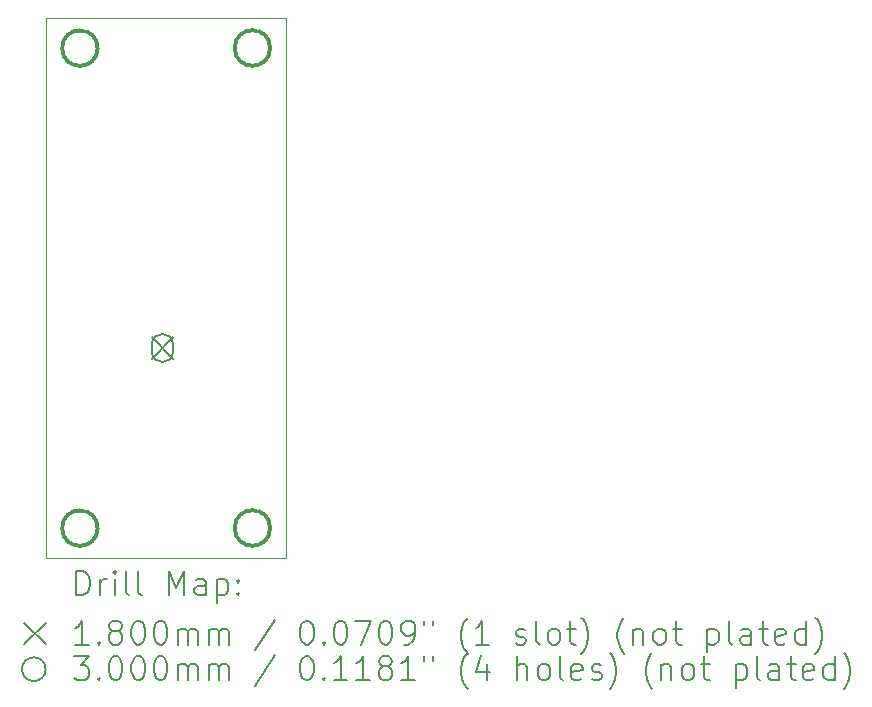
<source format=gbr>
%TF.GenerationSoftware,KiCad,Pcbnew,7.0.5*%
%TF.CreationDate,2024-06-27T22:40:29-04:00*%
%TF.ProjectId,ScrewSwitch,53637265-7753-4776-9974-63682e6b6963,rev?*%
%TF.SameCoordinates,Original*%
%TF.FileFunction,Drillmap*%
%TF.FilePolarity,Positive*%
%FSLAX45Y45*%
G04 Gerber Fmt 4.5, Leading zero omitted, Abs format (unit mm)*
G04 Created by KiCad (PCBNEW 7.0.5) date 2024-06-27 22:40:29*
%MOMM*%
%LPD*%
G01*
G04 APERTURE LIST*
%ADD10C,0.100000*%
%ADD11C,0.200000*%
%ADD12C,0.180000*%
%ADD13C,0.300000*%
G04 APERTURE END LIST*
D10*
X12985596Y-8124507D02*
X15017596Y-8124507D01*
X15017596Y-12696507D01*
X12985596Y-12696507D01*
X12985596Y-8124507D01*
D11*
D12*
X13880000Y-10832000D02*
X14060000Y-11012000D01*
X14060000Y-10832000D02*
X13880000Y-11012000D01*
D11*
X14060000Y-10952000D02*
X14060000Y-10892000D01*
X14060000Y-10892000D02*
G75*
G03*
X13880000Y-10892000I-90000J0D01*
G01*
X13880000Y-10892000D02*
X13880000Y-10952000D01*
X13880000Y-10952000D02*
G75*
G03*
X14060000Y-10952000I90000J0D01*
G01*
D13*
X13421192Y-8383230D02*
G75*
G03*
X13421192Y-8383230I-150000J0D01*
G01*
X13421192Y-12447230D02*
G75*
G03*
X13421192Y-12447230I-150000J0D01*
G01*
X14882000Y-8382000D02*
G75*
G03*
X14882000Y-8382000I-150000J0D01*
G01*
X14882000Y-12446000D02*
G75*
G03*
X14882000Y-12446000I-150000J0D01*
G01*
D11*
X13241373Y-13012991D02*
X13241373Y-12812991D01*
X13241373Y-12812991D02*
X13288992Y-12812991D01*
X13288992Y-12812991D02*
X13317563Y-12822515D01*
X13317563Y-12822515D02*
X13336611Y-12841563D01*
X13336611Y-12841563D02*
X13346135Y-12860610D01*
X13346135Y-12860610D02*
X13355659Y-12898705D01*
X13355659Y-12898705D02*
X13355659Y-12927277D01*
X13355659Y-12927277D02*
X13346135Y-12965372D01*
X13346135Y-12965372D02*
X13336611Y-12984420D01*
X13336611Y-12984420D02*
X13317563Y-13003467D01*
X13317563Y-13003467D02*
X13288992Y-13012991D01*
X13288992Y-13012991D02*
X13241373Y-13012991D01*
X13441373Y-13012991D02*
X13441373Y-12879658D01*
X13441373Y-12917753D02*
X13450897Y-12898705D01*
X13450897Y-12898705D02*
X13460420Y-12889182D01*
X13460420Y-12889182D02*
X13479468Y-12879658D01*
X13479468Y-12879658D02*
X13498516Y-12879658D01*
X13565182Y-13012991D02*
X13565182Y-12879658D01*
X13565182Y-12812991D02*
X13555659Y-12822515D01*
X13555659Y-12822515D02*
X13565182Y-12832039D01*
X13565182Y-12832039D02*
X13574706Y-12822515D01*
X13574706Y-12822515D02*
X13565182Y-12812991D01*
X13565182Y-12812991D02*
X13565182Y-12832039D01*
X13688992Y-13012991D02*
X13669944Y-13003467D01*
X13669944Y-13003467D02*
X13660420Y-12984420D01*
X13660420Y-12984420D02*
X13660420Y-12812991D01*
X13793754Y-13012991D02*
X13774706Y-13003467D01*
X13774706Y-13003467D02*
X13765182Y-12984420D01*
X13765182Y-12984420D02*
X13765182Y-12812991D01*
X14022325Y-13012991D02*
X14022325Y-12812991D01*
X14022325Y-12812991D02*
X14088992Y-12955848D01*
X14088992Y-12955848D02*
X14155659Y-12812991D01*
X14155659Y-12812991D02*
X14155659Y-13012991D01*
X14336611Y-13012991D02*
X14336611Y-12908229D01*
X14336611Y-12908229D02*
X14327087Y-12889182D01*
X14327087Y-12889182D02*
X14308040Y-12879658D01*
X14308040Y-12879658D02*
X14269944Y-12879658D01*
X14269944Y-12879658D02*
X14250897Y-12889182D01*
X14336611Y-13003467D02*
X14317563Y-13012991D01*
X14317563Y-13012991D02*
X14269944Y-13012991D01*
X14269944Y-13012991D02*
X14250897Y-13003467D01*
X14250897Y-13003467D02*
X14241373Y-12984420D01*
X14241373Y-12984420D02*
X14241373Y-12965372D01*
X14241373Y-12965372D02*
X14250897Y-12946325D01*
X14250897Y-12946325D02*
X14269944Y-12936801D01*
X14269944Y-12936801D02*
X14317563Y-12936801D01*
X14317563Y-12936801D02*
X14336611Y-12927277D01*
X14431849Y-12879658D02*
X14431849Y-13079658D01*
X14431849Y-12889182D02*
X14450897Y-12879658D01*
X14450897Y-12879658D02*
X14488992Y-12879658D01*
X14488992Y-12879658D02*
X14508040Y-12889182D01*
X14508040Y-12889182D02*
X14517563Y-12898705D01*
X14517563Y-12898705D02*
X14527087Y-12917753D01*
X14527087Y-12917753D02*
X14527087Y-12974896D01*
X14527087Y-12974896D02*
X14517563Y-12993944D01*
X14517563Y-12993944D02*
X14508040Y-13003467D01*
X14508040Y-13003467D02*
X14488992Y-13012991D01*
X14488992Y-13012991D02*
X14450897Y-13012991D01*
X14450897Y-13012991D02*
X14431849Y-13003467D01*
X14612801Y-12993944D02*
X14622325Y-13003467D01*
X14622325Y-13003467D02*
X14612801Y-13012991D01*
X14612801Y-13012991D02*
X14603278Y-13003467D01*
X14603278Y-13003467D02*
X14612801Y-12993944D01*
X14612801Y-12993944D02*
X14612801Y-13012991D01*
X14612801Y-12889182D02*
X14622325Y-12898705D01*
X14622325Y-12898705D02*
X14612801Y-12908229D01*
X14612801Y-12908229D02*
X14603278Y-12898705D01*
X14603278Y-12898705D02*
X14612801Y-12889182D01*
X14612801Y-12889182D02*
X14612801Y-12908229D01*
D12*
X12800596Y-13251507D02*
X12980596Y-13431507D01*
X12980596Y-13251507D02*
X12800596Y-13431507D01*
D11*
X13346135Y-13432991D02*
X13231849Y-13432991D01*
X13288992Y-13432991D02*
X13288992Y-13232991D01*
X13288992Y-13232991D02*
X13269944Y-13261563D01*
X13269944Y-13261563D02*
X13250897Y-13280610D01*
X13250897Y-13280610D02*
X13231849Y-13290134D01*
X13431849Y-13413944D02*
X13441373Y-13423467D01*
X13441373Y-13423467D02*
X13431849Y-13432991D01*
X13431849Y-13432991D02*
X13422325Y-13423467D01*
X13422325Y-13423467D02*
X13431849Y-13413944D01*
X13431849Y-13413944D02*
X13431849Y-13432991D01*
X13555659Y-13318705D02*
X13536611Y-13309182D01*
X13536611Y-13309182D02*
X13527087Y-13299658D01*
X13527087Y-13299658D02*
X13517563Y-13280610D01*
X13517563Y-13280610D02*
X13517563Y-13271086D01*
X13517563Y-13271086D02*
X13527087Y-13252039D01*
X13527087Y-13252039D02*
X13536611Y-13242515D01*
X13536611Y-13242515D02*
X13555659Y-13232991D01*
X13555659Y-13232991D02*
X13593754Y-13232991D01*
X13593754Y-13232991D02*
X13612801Y-13242515D01*
X13612801Y-13242515D02*
X13622325Y-13252039D01*
X13622325Y-13252039D02*
X13631849Y-13271086D01*
X13631849Y-13271086D02*
X13631849Y-13280610D01*
X13631849Y-13280610D02*
X13622325Y-13299658D01*
X13622325Y-13299658D02*
X13612801Y-13309182D01*
X13612801Y-13309182D02*
X13593754Y-13318705D01*
X13593754Y-13318705D02*
X13555659Y-13318705D01*
X13555659Y-13318705D02*
X13536611Y-13328229D01*
X13536611Y-13328229D02*
X13527087Y-13337753D01*
X13527087Y-13337753D02*
X13517563Y-13356801D01*
X13517563Y-13356801D02*
X13517563Y-13394896D01*
X13517563Y-13394896D02*
X13527087Y-13413944D01*
X13527087Y-13413944D02*
X13536611Y-13423467D01*
X13536611Y-13423467D02*
X13555659Y-13432991D01*
X13555659Y-13432991D02*
X13593754Y-13432991D01*
X13593754Y-13432991D02*
X13612801Y-13423467D01*
X13612801Y-13423467D02*
X13622325Y-13413944D01*
X13622325Y-13413944D02*
X13631849Y-13394896D01*
X13631849Y-13394896D02*
X13631849Y-13356801D01*
X13631849Y-13356801D02*
X13622325Y-13337753D01*
X13622325Y-13337753D02*
X13612801Y-13328229D01*
X13612801Y-13328229D02*
X13593754Y-13318705D01*
X13755659Y-13232991D02*
X13774706Y-13232991D01*
X13774706Y-13232991D02*
X13793754Y-13242515D01*
X13793754Y-13242515D02*
X13803278Y-13252039D01*
X13803278Y-13252039D02*
X13812801Y-13271086D01*
X13812801Y-13271086D02*
X13822325Y-13309182D01*
X13822325Y-13309182D02*
X13822325Y-13356801D01*
X13822325Y-13356801D02*
X13812801Y-13394896D01*
X13812801Y-13394896D02*
X13803278Y-13413944D01*
X13803278Y-13413944D02*
X13793754Y-13423467D01*
X13793754Y-13423467D02*
X13774706Y-13432991D01*
X13774706Y-13432991D02*
X13755659Y-13432991D01*
X13755659Y-13432991D02*
X13736611Y-13423467D01*
X13736611Y-13423467D02*
X13727087Y-13413944D01*
X13727087Y-13413944D02*
X13717563Y-13394896D01*
X13717563Y-13394896D02*
X13708040Y-13356801D01*
X13708040Y-13356801D02*
X13708040Y-13309182D01*
X13708040Y-13309182D02*
X13717563Y-13271086D01*
X13717563Y-13271086D02*
X13727087Y-13252039D01*
X13727087Y-13252039D02*
X13736611Y-13242515D01*
X13736611Y-13242515D02*
X13755659Y-13232991D01*
X13946135Y-13232991D02*
X13965182Y-13232991D01*
X13965182Y-13232991D02*
X13984230Y-13242515D01*
X13984230Y-13242515D02*
X13993754Y-13252039D01*
X13993754Y-13252039D02*
X14003278Y-13271086D01*
X14003278Y-13271086D02*
X14012801Y-13309182D01*
X14012801Y-13309182D02*
X14012801Y-13356801D01*
X14012801Y-13356801D02*
X14003278Y-13394896D01*
X14003278Y-13394896D02*
X13993754Y-13413944D01*
X13993754Y-13413944D02*
X13984230Y-13423467D01*
X13984230Y-13423467D02*
X13965182Y-13432991D01*
X13965182Y-13432991D02*
X13946135Y-13432991D01*
X13946135Y-13432991D02*
X13927087Y-13423467D01*
X13927087Y-13423467D02*
X13917563Y-13413944D01*
X13917563Y-13413944D02*
X13908040Y-13394896D01*
X13908040Y-13394896D02*
X13898516Y-13356801D01*
X13898516Y-13356801D02*
X13898516Y-13309182D01*
X13898516Y-13309182D02*
X13908040Y-13271086D01*
X13908040Y-13271086D02*
X13917563Y-13252039D01*
X13917563Y-13252039D02*
X13927087Y-13242515D01*
X13927087Y-13242515D02*
X13946135Y-13232991D01*
X14098516Y-13432991D02*
X14098516Y-13299658D01*
X14098516Y-13318705D02*
X14108040Y-13309182D01*
X14108040Y-13309182D02*
X14127087Y-13299658D01*
X14127087Y-13299658D02*
X14155659Y-13299658D01*
X14155659Y-13299658D02*
X14174706Y-13309182D01*
X14174706Y-13309182D02*
X14184230Y-13328229D01*
X14184230Y-13328229D02*
X14184230Y-13432991D01*
X14184230Y-13328229D02*
X14193754Y-13309182D01*
X14193754Y-13309182D02*
X14212801Y-13299658D01*
X14212801Y-13299658D02*
X14241373Y-13299658D01*
X14241373Y-13299658D02*
X14260421Y-13309182D01*
X14260421Y-13309182D02*
X14269944Y-13328229D01*
X14269944Y-13328229D02*
X14269944Y-13432991D01*
X14365182Y-13432991D02*
X14365182Y-13299658D01*
X14365182Y-13318705D02*
X14374706Y-13309182D01*
X14374706Y-13309182D02*
X14393754Y-13299658D01*
X14393754Y-13299658D02*
X14422325Y-13299658D01*
X14422325Y-13299658D02*
X14441373Y-13309182D01*
X14441373Y-13309182D02*
X14450897Y-13328229D01*
X14450897Y-13328229D02*
X14450897Y-13432991D01*
X14450897Y-13328229D02*
X14460421Y-13309182D01*
X14460421Y-13309182D02*
X14479468Y-13299658D01*
X14479468Y-13299658D02*
X14508040Y-13299658D01*
X14508040Y-13299658D02*
X14527087Y-13309182D01*
X14527087Y-13309182D02*
X14536611Y-13328229D01*
X14536611Y-13328229D02*
X14536611Y-13432991D01*
X14927087Y-13223467D02*
X14755659Y-13480610D01*
X15184230Y-13232991D02*
X15203278Y-13232991D01*
X15203278Y-13232991D02*
X15222325Y-13242515D01*
X15222325Y-13242515D02*
X15231849Y-13252039D01*
X15231849Y-13252039D02*
X15241373Y-13271086D01*
X15241373Y-13271086D02*
X15250897Y-13309182D01*
X15250897Y-13309182D02*
X15250897Y-13356801D01*
X15250897Y-13356801D02*
X15241373Y-13394896D01*
X15241373Y-13394896D02*
X15231849Y-13413944D01*
X15231849Y-13413944D02*
X15222325Y-13423467D01*
X15222325Y-13423467D02*
X15203278Y-13432991D01*
X15203278Y-13432991D02*
X15184230Y-13432991D01*
X15184230Y-13432991D02*
X15165183Y-13423467D01*
X15165183Y-13423467D02*
X15155659Y-13413944D01*
X15155659Y-13413944D02*
X15146135Y-13394896D01*
X15146135Y-13394896D02*
X15136611Y-13356801D01*
X15136611Y-13356801D02*
X15136611Y-13309182D01*
X15136611Y-13309182D02*
X15146135Y-13271086D01*
X15146135Y-13271086D02*
X15155659Y-13252039D01*
X15155659Y-13252039D02*
X15165183Y-13242515D01*
X15165183Y-13242515D02*
X15184230Y-13232991D01*
X15336611Y-13413944D02*
X15346135Y-13423467D01*
X15346135Y-13423467D02*
X15336611Y-13432991D01*
X15336611Y-13432991D02*
X15327087Y-13423467D01*
X15327087Y-13423467D02*
X15336611Y-13413944D01*
X15336611Y-13413944D02*
X15336611Y-13432991D01*
X15469944Y-13232991D02*
X15488992Y-13232991D01*
X15488992Y-13232991D02*
X15508040Y-13242515D01*
X15508040Y-13242515D02*
X15517564Y-13252039D01*
X15517564Y-13252039D02*
X15527087Y-13271086D01*
X15527087Y-13271086D02*
X15536611Y-13309182D01*
X15536611Y-13309182D02*
X15536611Y-13356801D01*
X15536611Y-13356801D02*
X15527087Y-13394896D01*
X15527087Y-13394896D02*
X15517564Y-13413944D01*
X15517564Y-13413944D02*
X15508040Y-13423467D01*
X15508040Y-13423467D02*
X15488992Y-13432991D01*
X15488992Y-13432991D02*
X15469944Y-13432991D01*
X15469944Y-13432991D02*
X15450897Y-13423467D01*
X15450897Y-13423467D02*
X15441373Y-13413944D01*
X15441373Y-13413944D02*
X15431849Y-13394896D01*
X15431849Y-13394896D02*
X15422325Y-13356801D01*
X15422325Y-13356801D02*
X15422325Y-13309182D01*
X15422325Y-13309182D02*
X15431849Y-13271086D01*
X15431849Y-13271086D02*
X15441373Y-13252039D01*
X15441373Y-13252039D02*
X15450897Y-13242515D01*
X15450897Y-13242515D02*
X15469944Y-13232991D01*
X15603278Y-13232991D02*
X15736611Y-13232991D01*
X15736611Y-13232991D02*
X15650897Y-13432991D01*
X15850897Y-13232991D02*
X15869945Y-13232991D01*
X15869945Y-13232991D02*
X15888992Y-13242515D01*
X15888992Y-13242515D02*
X15898516Y-13252039D01*
X15898516Y-13252039D02*
X15908040Y-13271086D01*
X15908040Y-13271086D02*
X15917564Y-13309182D01*
X15917564Y-13309182D02*
X15917564Y-13356801D01*
X15917564Y-13356801D02*
X15908040Y-13394896D01*
X15908040Y-13394896D02*
X15898516Y-13413944D01*
X15898516Y-13413944D02*
X15888992Y-13423467D01*
X15888992Y-13423467D02*
X15869945Y-13432991D01*
X15869945Y-13432991D02*
X15850897Y-13432991D01*
X15850897Y-13432991D02*
X15831849Y-13423467D01*
X15831849Y-13423467D02*
X15822325Y-13413944D01*
X15822325Y-13413944D02*
X15812802Y-13394896D01*
X15812802Y-13394896D02*
X15803278Y-13356801D01*
X15803278Y-13356801D02*
X15803278Y-13309182D01*
X15803278Y-13309182D02*
X15812802Y-13271086D01*
X15812802Y-13271086D02*
X15822325Y-13252039D01*
X15822325Y-13252039D02*
X15831849Y-13242515D01*
X15831849Y-13242515D02*
X15850897Y-13232991D01*
X16012802Y-13432991D02*
X16050897Y-13432991D01*
X16050897Y-13432991D02*
X16069945Y-13423467D01*
X16069945Y-13423467D02*
X16079468Y-13413944D01*
X16079468Y-13413944D02*
X16098516Y-13385372D01*
X16098516Y-13385372D02*
X16108040Y-13347277D01*
X16108040Y-13347277D02*
X16108040Y-13271086D01*
X16108040Y-13271086D02*
X16098516Y-13252039D01*
X16098516Y-13252039D02*
X16088992Y-13242515D01*
X16088992Y-13242515D02*
X16069945Y-13232991D01*
X16069945Y-13232991D02*
X16031849Y-13232991D01*
X16031849Y-13232991D02*
X16012802Y-13242515D01*
X16012802Y-13242515D02*
X16003278Y-13252039D01*
X16003278Y-13252039D02*
X15993754Y-13271086D01*
X15993754Y-13271086D02*
X15993754Y-13318705D01*
X15993754Y-13318705D02*
X16003278Y-13337753D01*
X16003278Y-13337753D02*
X16012802Y-13347277D01*
X16012802Y-13347277D02*
X16031849Y-13356801D01*
X16031849Y-13356801D02*
X16069945Y-13356801D01*
X16069945Y-13356801D02*
X16088992Y-13347277D01*
X16088992Y-13347277D02*
X16098516Y-13337753D01*
X16098516Y-13337753D02*
X16108040Y-13318705D01*
X16184230Y-13232991D02*
X16184230Y-13271086D01*
X16260421Y-13232991D02*
X16260421Y-13271086D01*
X16555659Y-13509182D02*
X16546135Y-13499658D01*
X16546135Y-13499658D02*
X16527087Y-13471086D01*
X16527087Y-13471086D02*
X16517564Y-13452039D01*
X16517564Y-13452039D02*
X16508040Y-13423467D01*
X16508040Y-13423467D02*
X16498516Y-13375848D01*
X16498516Y-13375848D02*
X16498516Y-13337753D01*
X16498516Y-13337753D02*
X16508040Y-13290134D01*
X16508040Y-13290134D02*
X16517564Y-13261563D01*
X16517564Y-13261563D02*
X16527087Y-13242515D01*
X16527087Y-13242515D02*
X16546135Y-13213944D01*
X16546135Y-13213944D02*
X16555659Y-13204420D01*
X16736611Y-13432991D02*
X16622326Y-13432991D01*
X16679468Y-13432991D02*
X16679468Y-13232991D01*
X16679468Y-13232991D02*
X16660421Y-13261563D01*
X16660421Y-13261563D02*
X16641373Y-13280610D01*
X16641373Y-13280610D02*
X16622326Y-13290134D01*
X16965183Y-13423467D02*
X16984230Y-13432991D01*
X16984230Y-13432991D02*
X17022326Y-13432991D01*
X17022326Y-13432991D02*
X17041373Y-13423467D01*
X17041373Y-13423467D02*
X17050897Y-13404420D01*
X17050897Y-13404420D02*
X17050897Y-13394896D01*
X17050897Y-13394896D02*
X17041373Y-13375848D01*
X17041373Y-13375848D02*
X17022326Y-13366325D01*
X17022326Y-13366325D02*
X16993754Y-13366325D01*
X16993754Y-13366325D02*
X16974707Y-13356801D01*
X16974707Y-13356801D02*
X16965183Y-13337753D01*
X16965183Y-13337753D02*
X16965183Y-13328229D01*
X16965183Y-13328229D02*
X16974707Y-13309182D01*
X16974707Y-13309182D02*
X16993754Y-13299658D01*
X16993754Y-13299658D02*
X17022326Y-13299658D01*
X17022326Y-13299658D02*
X17041373Y-13309182D01*
X17165183Y-13432991D02*
X17146135Y-13423467D01*
X17146135Y-13423467D02*
X17136611Y-13404420D01*
X17136611Y-13404420D02*
X17136611Y-13232991D01*
X17269945Y-13432991D02*
X17250897Y-13423467D01*
X17250897Y-13423467D02*
X17241373Y-13413944D01*
X17241373Y-13413944D02*
X17231850Y-13394896D01*
X17231850Y-13394896D02*
X17231850Y-13337753D01*
X17231850Y-13337753D02*
X17241373Y-13318705D01*
X17241373Y-13318705D02*
X17250897Y-13309182D01*
X17250897Y-13309182D02*
X17269945Y-13299658D01*
X17269945Y-13299658D02*
X17298516Y-13299658D01*
X17298516Y-13299658D02*
X17317564Y-13309182D01*
X17317564Y-13309182D02*
X17327088Y-13318705D01*
X17327088Y-13318705D02*
X17336611Y-13337753D01*
X17336611Y-13337753D02*
X17336611Y-13394896D01*
X17336611Y-13394896D02*
X17327088Y-13413944D01*
X17327088Y-13413944D02*
X17317564Y-13423467D01*
X17317564Y-13423467D02*
X17298516Y-13432991D01*
X17298516Y-13432991D02*
X17269945Y-13432991D01*
X17393754Y-13299658D02*
X17469945Y-13299658D01*
X17422326Y-13232991D02*
X17422326Y-13404420D01*
X17422326Y-13404420D02*
X17431850Y-13423467D01*
X17431850Y-13423467D02*
X17450897Y-13432991D01*
X17450897Y-13432991D02*
X17469945Y-13432991D01*
X17517564Y-13509182D02*
X17527088Y-13499658D01*
X17527088Y-13499658D02*
X17546135Y-13471086D01*
X17546135Y-13471086D02*
X17555659Y-13452039D01*
X17555659Y-13452039D02*
X17565183Y-13423467D01*
X17565183Y-13423467D02*
X17574707Y-13375848D01*
X17574707Y-13375848D02*
X17574707Y-13337753D01*
X17574707Y-13337753D02*
X17565183Y-13290134D01*
X17565183Y-13290134D02*
X17555659Y-13261563D01*
X17555659Y-13261563D02*
X17546135Y-13242515D01*
X17546135Y-13242515D02*
X17527088Y-13213944D01*
X17527088Y-13213944D02*
X17517564Y-13204420D01*
X17879469Y-13509182D02*
X17869945Y-13499658D01*
X17869945Y-13499658D02*
X17850897Y-13471086D01*
X17850897Y-13471086D02*
X17841373Y-13452039D01*
X17841373Y-13452039D02*
X17831850Y-13423467D01*
X17831850Y-13423467D02*
X17822326Y-13375848D01*
X17822326Y-13375848D02*
X17822326Y-13337753D01*
X17822326Y-13337753D02*
X17831850Y-13290134D01*
X17831850Y-13290134D02*
X17841373Y-13261563D01*
X17841373Y-13261563D02*
X17850897Y-13242515D01*
X17850897Y-13242515D02*
X17869945Y-13213944D01*
X17869945Y-13213944D02*
X17879469Y-13204420D01*
X17955659Y-13299658D02*
X17955659Y-13432991D01*
X17955659Y-13318705D02*
X17965183Y-13309182D01*
X17965183Y-13309182D02*
X17984230Y-13299658D01*
X17984230Y-13299658D02*
X18012802Y-13299658D01*
X18012802Y-13299658D02*
X18031850Y-13309182D01*
X18031850Y-13309182D02*
X18041373Y-13328229D01*
X18041373Y-13328229D02*
X18041373Y-13432991D01*
X18165183Y-13432991D02*
X18146135Y-13423467D01*
X18146135Y-13423467D02*
X18136611Y-13413944D01*
X18136611Y-13413944D02*
X18127088Y-13394896D01*
X18127088Y-13394896D02*
X18127088Y-13337753D01*
X18127088Y-13337753D02*
X18136611Y-13318705D01*
X18136611Y-13318705D02*
X18146135Y-13309182D01*
X18146135Y-13309182D02*
X18165183Y-13299658D01*
X18165183Y-13299658D02*
X18193754Y-13299658D01*
X18193754Y-13299658D02*
X18212802Y-13309182D01*
X18212802Y-13309182D02*
X18222326Y-13318705D01*
X18222326Y-13318705D02*
X18231850Y-13337753D01*
X18231850Y-13337753D02*
X18231850Y-13394896D01*
X18231850Y-13394896D02*
X18222326Y-13413944D01*
X18222326Y-13413944D02*
X18212802Y-13423467D01*
X18212802Y-13423467D02*
X18193754Y-13432991D01*
X18193754Y-13432991D02*
X18165183Y-13432991D01*
X18288992Y-13299658D02*
X18365183Y-13299658D01*
X18317564Y-13232991D02*
X18317564Y-13404420D01*
X18317564Y-13404420D02*
X18327088Y-13423467D01*
X18327088Y-13423467D02*
X18346135Y-13432991D01*
X18346135Y-13432991D02*
X18365183Y-13432991D01*
X18584231Y-13299658D02*
X18584231Y-13499658D01*
X18584231Y-13309182D02*
X18603278Y-13299658D01*
X18603278Y-13299658D02*
X18641373Y-13299658D01*
X18641373Y-13299658D02*
X18660421Y-13309182D01*
X18660421Y-13309182D02*
X18669945Y-13318705D01*
X18669945Y-13318705D02*
X18679469Y-13337753D01*
X18679469Y-13337753D02*
X18679469Y-13394896D01*
X18679469Y-13394896D02*
X18669945Y-13413944D01*
X18669945Y-13413944D02*
X18660421Y-13423467D01*
X18660421Y-13423467D02*
X18641373Y-13432991D01*
X18641373Y-13432991D02*
X18603278Y-13432991D01*
X18603278Y-13432991D02*
X18584231Y-13423467D01*
X18793754Y-13432991D02*
X18774707Y-13423467D01*
X18774707Y-13423467D02*
X18765183Y-13404420D01*
X18765183Y-13404420D02*
X18765183Y-13232991D01*
X18955659Y-13432991D02*
X18955659Y-13328229D01*
X18955659Y-13328229D02*
X18946135Y-13309182D01*
X18946135Y-13309182D02*
X18927088Y-13299658D01*
X18927088Y-13299658D02*
X18888992Y-13299658D01*
X18888992Y-13299658D02*
X18869945Y-13309182D01*
X18955659Y-13423467D02*
X18936612Y-13432991D01*
X18936612Y-13432991D02*
X18888992Y-13432991D01*
X18888992Y-13432991D02*
X18869945Y-13423467D01*
X18869945Y-13423467D02*
X18860421Y-13404420D01*
X18860421Y-13404420D02*
X18860421Y-13385372D01*
X18860421Y-13385372D02*
X18869945Y-13366325D01*
X18869945Y-13366325D02*
X18888992Y-13356801D01*
X18888992Y-13356801D02*
X18936612Y-13356801D01*
X18936612Y-13356801D02*
X18955659Y-13347277D01*
X19022326Y-13299658D02*
X19098516Y-13299658D01*
X19050897Y-13232991D02*
X19050897Y-13404420D01*
X19050897Y-13404420D02*
X19060421Y-13423467D01*
X19060421Y-13423467D02*
X19079469Y-13432991D01*
X19079469Y-13432991D02*
X19098516Y-13432991D01*
X19241373Y-13423467D02*
X19222326Y-13432991D01*
X19222326Y-13432991D02*
X19184231Y-13432991D01*
X19184231Y-13432991D02*
X19165183Y-13423467D01*
X19165183Y-13423467D02*
X19155659Y-13404420D01*
X19155659Y-13404420D02*
X19155659Y-13328229D01*
X19155659Y-13328229D02*
X19165183Y-13309182D01*
X19165183Y-13309182D02*
X19184231Y-13299658D01*
X19184231Y-13299658D02*
X19222326Y-13299658D01*
X19222326Y-13299658D02*
X19241373Y-13309182D01*
X19241373Y-13309182D02*
X19250897Y-13328229D01*
X19250897Y-13328229D02*
X19250897Y-13347277D01*
X19250897Y-13347277D02*
X19155659Y-13366325D01*
X19422326Y-13432991D02*
X19422326Y-13232991D01*
X19422326Y-13423467D02*
X19403278Y-13432991D01*
X19403278Y-13432991D02*
X19365183Y-13432991D01*
X19365183Y-13432991D02*
X19346135Y-13423467D01*
X19346135Y-13423467D02*
X19336612Y-13413944D01*
X19336612Y-13413944D02*
X19327088Y-13394896D01*
X19327088Y-13394896D02*
X19327088Y-13337753D01*
X19327088Y-13337753D02*
X19336612Y-13318705D01*
X19336612Y-13318705D02*
X19346135Y-13309182D01*
X19346135Y-13309182D02*
X19365183Y-13299658D01*
X19365183Y-13299658D02*
X19403278Y-13299658D01*
X19403278Y-13299658D02*
X19422326Y-13309182D01*
X19498516Y-13509182D02*
X19508040Y-13499658D01*
X19508040Y-13499658D02*
X19527088Y-13471086D01*
X19527088Y-13471086D02*
X19536612Y-13452039D01*
X19536612Y-13452039D02*
X19546135Y-13423467D01*
X19546135Y-13423467D02*
X19555659Y-13375848D01*
X19555659Y-13375848D02*
X19555659Y-13337753D01*
X19555659Y-13337753D02*
X19546135Y-13290134D01*
X19546135Y-13290134D02*
X19536612Y-13261563D01*
X19536612Y-13261563D02*
X19527088Y-13242515D01*
X19527088Y-13242515D02*
X19508040Y-13213944D01*
X19508040Y-13213944D02*
X19498516Y-13204420D01*
X12980596Y-13641507D02*
G75*
G03*
X12980596Y-13641507I-100000J0D01*
G01*
X13222325Y-13532991D02*
X13346135Y-13532991D01*
X13346135Y-13532991D02*
X13279468Y-13609182D01*
X13279468Y-13609182D02*
X13308040Y-13609182D01*
X13308040Y-13609182D02*
X13327087Y-13618705D01*
X13327087Y-13618705D02*
X13336611Y-13628229D01*
X13336611Y-13628229D02*
X13346135Y-13647277D01*
X13346135Y-13647277D02*
X13346135Y-13694896D01*
X13346135Y-13694896D02*
X13336611Y-13713944D01*
X13336611Y-13713944D02*
X13327087Y-13723467D01*
X13327087Y-13723467D02*
X13308040Y-13732991D01*
X13308040Y-13732991D02*
X13250897Y-13732991D01*
X13250897Y-13732991D02*
X13231849Y-13723467D01*
X13231849Y-13723467D02*
X13222325Y-13713944D01*
X13431849Y-13713944D02*
X13441373Y-13723467D01*
X13441373Y-13723467D02*
X13431849Y-13732991D01*
X13431849Y-13732991D02*
X13422325Y-13723467D01*
X13422325Y-13723467D02*
X13431849Y-13713944D01*
X13431849Y-13713944D02*
X13431849Y-13732991D01*
X13565182Y-13532991D02*
X13584230Y-13532991D01*
X13584230Y-13532991D02*
X13603278Y-13542515D01*
X13603278Y-13542515D02*
X13612801Y-13552039D01*
X13612801Y-13552039D02*
X13622325Y-13571086D01*
X13622325Y-13571086D02*
X13631849Y-13609182D01*
X13631849Y-13609182D02*
X13631849Y-13656801D01*
X13631849Y-13656801D02*
X13622325Y-13694896D01*
X13622325Y-13694896D02*
X13612801Y-13713944D01*
X13612801Y-13713944D02*
X13603278Y-13723467D01*
X13603278Y-13723467D02*
X13584230Y-13732991D01*
X13584230Y-13732991D02*
X13565182Y-13732991D01*
X13565182Y-13732991D02*
X13546135Y-13723467D01*
X13546135Y-13723467D02*
X13536611Y-13713944D01*
X13536611Y-13713944D02*
X13527087Y-13694896D01*
X13527087Y-13694896D02*
X13517563Y-13656801D01*
X13517563Y-13656801D02*
X13517563Y-13609182D01*
X13517563Y-13609182D02*
X13527087Y-13571086D01*
X13527087Y-13571086D02*
X13536611Y-13552039D01*
X13536611Y-13552039D02*
X13546135Y-13542515D01*
X13546135Y-13542515D02*
X13565182Y-13532991D01*
X13755659Y-13532991D02*
X13774706Y-13532991D01*
X13774706Y-13532991D02*
X13793754Y-13542515D01*
X13793754Y-13542515D02*
X13803278Y-13552039D01*
X13803278Y-13552039D02*
X13812801Y-13571086D01*
X13812801Y-13571086D02*
X13822325Y-13609182D01*
X13822325Y-13609182D02*
X13822325Y-13656801D01*
X13822325Y-13656801D02*
X13812801Y-13694896D01*
X13812801Y-13694896D02*
X13803278Y-13713944D01*
X13803278Y-13713944D02*
X13793754Y-13723467D01*
X13793754Y-13723467D02*
X13774706Y-13732991D01*
X13774706Y-13732991D02*
X13755659Y-13732991D01*
X13755659Y-13732991D02*
X13736611Y-13723467D01*
X13736611Y-13723467D02*
X13727087Y-13713944D01*
X13727087Y-13713944D02*
X13717563Y-13694896D01*
X13717563Y-13694896D02*
X13708040Y-13656801D01*
X13708040Y-13656801D02*
X13708040Y-13609182D01*
X13708040Y-13609182D02*
X13717563Y-13571086D01*
X13717563Y-13571086D02*
X13727087Y-13552039D01*
X13727087Y-13552039D02*
X13736611Y-13542515D01*
X13736611Y-13542515D02*
X13755659Y-13532991D01*
X13946135Y-13532991D02*
X13965182Y-13532991D01*
X13965182Y-13532991D02*
X13984230Y-13542515D01*
X13984230Y-13542515D02*
X13993754Y-13552039D01*
X13993754Y-13552039D02*
X14003278Y-13571086D01*
X14003278Y-13571086D02*
X14012801Y-13609182D01*
X14012801Y-13609182D02*
X14012801Y-13656801D01*
X14012801Y-13656801D02*
X14003278Y-13694896D01*
X14003278Y-13694896D02*
X13993754Y-13713944D01*
X13993754Y-13713944D02*
X13984230Y-13723467D01*
X13984230Y-13723467D02*
X13965182Y-13732991D01*
X13965182Y-13732991D02*
X13946135Y-13732991D01*
X13946135Y-13732991D02*
X13927087Y-13723467D01*
X13927087Y-13723467D02*
X13917563Y-13713944D01*
X13917563Y-13713944D02*
X13908040Y-13694896D01*
X13908040Y-13694896D02*
X13898516Y-13656801D01*
X13898516Y-13656801D02*
X13898516Y-13609182D01*
X13898516Y-13609182D02*
X13908040Y-13571086D01*
X13908040Y-13571086D02*
X13917563Y-13552039D01*
X13917563Y-13552039D02*
X13927087Y-13542515D01*
X13927087Y-13542515D02*
X13946135Y-13532991D01*
X14098516Y-13732991D02*
X14098516Y-13599658D01*
X14098516Y-13618705D02*
X14108040Y-13609182D01*
X14108040Y-13609182D02*
X14127087Y-13599658D01*
X14127087Y-13599658D02*
X14155659Y-13599658D01*
X14155659Y-13599658D02*
X14174706Y-13609182D01*
X14174706Y-13609182D02*
X14184230Y-13628229D01*
X14184230Y-13628229D02*
X14184230Y-13732991D01*
X14184230Y-13628229D02*
X14193754Y-13609182D01*
X14193754Y-13609182D02*
X14212801Y-13599658D01*
X14212801Y-13599658D02*
X14241373Y-13599658D01*
X14241373Y-13599658D02*
X14260421Y-13609182D01*
X14260421Y-13609182D02*
X14269944Y-13628229D01*
X14269944Y-13628229D02*
X14269944Y-13732991D01*
X14365182Y-13732991D02*
X14365182Y-13599658D01*
X14365182Y-13618705D02*
X14374706Y-13609182D01*
X14374706Y-13609182D02*
X14393754Y-13599658D01*
X14393754Y-13599658D02*
X14422325Y-13599658D01*
X14422325Y-13599658D02*
X14441373Y-13609182D01*
X14441373Y-13609182D02*
X14450897Y-13628229D01*
X14450897Y-13628229D02*
X14450897Y-13732991D01*
X14450897Y-13628229D02*
X14460421Y-13609182D01*
X14460421Y-13609182D02*
X14479468Y-13599658D01*
X14479468Y-13599658D02*
X14508040Y-13599658D01*
X14508040Y-13599658D02*
X14527087Y-13609182D01*
X14527087Y-13609182D02*
X14536611Y-13628229D01*
X14536611Y-13628229D02*
X14536611Y-13732991D01*
X14927087Y-13523467D02*
X14755659Y-13780610D01*
X15184230Y-13532991D02*
X15203278Y-13532991D01*
X15203278Y-13532991D02*
X15222325Y-13542515D01*
X15222325Y-13542515D02*
X15231849Y-13552039D01*
X15231849Y-13552039D02*
X15241373Y-13571086D01*
X15241373Y-13571086D02*
X15250897Y-13609182D01*
X15250897Y-13609182D02*
X15250897Y-13656801D01*
X15250897Y-13656801D02*
X15241373Y-13694896D01*
X15241373Y-13694896D02*
X15231849Y-13713944D01*
X15231849Y-13713944D02*
X15222325Y-13723467D01*
X15222325Y-13723467D02*
X15203278Y-13732991D01*
X15203278Y-13732991D02*
X15184230Y-13732991D01*
X15184230Y-13732991D02*
X15165183Y-13723467D01*
X15165183Y-13723467D02*
X15155659Y-13713944D01*
X15155659Y-13713944D02*
X15146135Y-13694896D01*
X15146135Y-13694896D02*
X15136611Y-13656801D01*
X15136611Y-13656801D02*
X15136611Y-13609182D01*
X15136611Y-13609182D02*
X15146135Y-13571086D01*
X15146135Y-13571086D02*
X15155659Y-13552039D01*
X15155659Y-13552039D02*
X15165183Y-13542515D01*
X15165183Y-13542515D02*
X15184230Y-13532991D01*
X15336611Y-13713944D02*
X15346135Y-13723467D01*
X15346135Y-13723467D02*
X15336611Y-13732991D01*
X15336611Y-13732991D02*
X15327087Y-13723467D01*
X15327087Y-13723467D02*
X15336611Y-13713944D01*
X15336611Y-13713944D02*
X15336611Y-13732991D01*
X15536611Y-13732991D02*
X15422325Y-13732991D01*
X15479468Y-13732991D02*
X15479468Y-13532991D01*
X15479468Y-13532991D02*
X15460421Y-13561563D01*
X15460421Y-13561563D02*
X15441373Y-13580610D01*
X15441373Y-13580610D02*
X15422325Y-13590134D01*
X15727087Y-13732991D02*
X15612802Y-13732991D01*
X15669944Y-13732991D02*
X15669944Y-13532991D01*
X15669944Y-13532991D02*
X15650897Y-13561563D01*
X15650897Y-13561563D02*
X15631849Y-13580610D01*
X15631849Y-13580610D02*
X15612802Y-13590134D01*
X15841373Y-13618705D02*
X15822325Y-13609182D01*
X15822325Y-13609182D02*
X15812802Y-13599658D01*
X15812802Y-13599658D02*
X15803278Y-13580610D01*
X15803278Y-13580610D02*
X15803278Y-13571086D01*
X15803278Y-13571086D02*
X15812802Y-13552039D01*
X15812802Y-13552039D02*
X15822325Y-13542515D01*
X15822325Y-13542515D02*
X15841373Y-13532991D01*
X15841373Y-13532991D02*
X15879468Y-13532991D01*
X15879468Y-13532991D02*
X15898516Y-13542515D01*
X15898516Y-13542515D02*
X15908040Y-13552039D01*
X15908040Y-13552039D02*
X15917564Y-13571086D01*
X15917564Y-13571086D02*
X15917564Y-13580610D01*
X15917564Y-13580610D02*
X15908040Y-13599658D01*
X15908040Y-13599658D02*
X15898516Y-13609182D01*
X15898516Y-13609182D02*
X15879468Y-13618705D01*
X15879468Y-13618705D02*
X15841373Y-13618705D01*
X15841373Y-13618705D02*
X15822325Y-13628229D01*
X15822325Y-13628229D02*
X15812802Y-13637753D01*
X15812802Y-13637753D02*
X15803278Y-13656801D01*
X15803278Y-13656801D02*
X15803278Y-13694896D01*
X15803278Y-13694896D02*
X15812802Y-13713944D01*
X15812802Y-13713944D02*
X15822325Y-13723467D01*
X15822325Y-13723467D02*
X15841373Y-13732991D01*
X15841373Y-13732991D02*
X15879468Y-13732991D01*
X15879468Y-13732991D02*
X15898516Y-13723467D01*
X15898516Y-13723467D02*
X15908040Y-13713944D01*
X15908040Y-13713944D02*
X15917564Y-13694896D01*
X15917564Y-13694896D02*
X15917564Y-13656801D01*
X15917564Y-13656801D02*
X15908040Y-13637753D01*
X15908040Y-13637753D02*
X15898516Y-13628229D01*
X15898516Y-13628229D02*
X15879468Y-13618705D01*
X16108040Y-13732991D02*
X15993754Y-13732991D01*
X16050897Y-13732991D02*
X16050897Y-13532991D01*
X16050897Y-13532991D02*
X16031849Y-13561563D01*
X16031849Y-13561563D02*
X16012802Y-13580610D01*
X16012802Y-13580610D02*
X15993754Y-13590134D01*
X16184230Y-13532991D02*
X16184230Y-13571086D01*
X16260421Y-13532991D02*
X16260421Y-13571086D01*
X16555659Y-13809182D02*
X16546135Y-13799658D01*
X16546135Y-13799658D02*
X16527087Y-13771086D01*
X16527087Y-13771086D02*
X16517564Y-13752039D01*
X16517564Y-13752039D02*
X16508040Y-13723467D01*
X16508040Y-13723467D02*
X16498516Y-13675848D01*
X16498516Y-13675848D02*
X16498516Y-13637753D01*
X16498516Y-13637753D02*
X16508040Y-13590134D01*
X16508040Y-13590134D02*
X16517564Y-13561563D01*
X16517564Y-13561563D02*
X16527087Y-13542515D01*
X16527087Y-13542515D02*
X16546135Y-13513944D01*
X16546135Y-13513944D02*
X16555659Y-13504420D01*
X16717564Y-13599658D02*
X16717564Y-13732991D01*
X16669945Y-13523467D02*
X16622326Y-13666325D01*
X16622326Y-13666325D02*
X16746135Y-13666325D01*
X16974707Y-13732991D02*
X16974707Y-13532991D01*
X17060421Y-13732991D02*
X17060421Y-13628229D01*
X17060421Y-13628229D02*
X17050897Y-13609182D01*
X17050897Y-13609182D02*
X17031850Y-13599658D01*
X17031850Y-13599658D02*
X17003278Y-13599658D01*
X17003278Y-13599658D02*
X16984230Y-13609182D01*
X16984230Y-13609182D02*
X16974707Y-13618705D01*
X17184230Y-13732991D02*
X17165183Y-13723467D01*
X17165183Y-13723467D02*
X17155659Y-13713944D01*
X17155659Y-13713944D02*
X17146135Y-13694896D01*
X17146135Y-13694896D02*
X17146135Y-13637753D01*
X17146135Y-13637753D02*
X17155659Y-13618705D01*
X17155659Y-13618705D02*
X17165183Y-13609182D01*
X17165183Y-13609182D02*
X17184230Y-13599658D01*
X17184230Y-13599658D02*
X17212802Y-13599658D01*
X17212802Y-13599658D02*
X17231850Y-13609182D01*
X17231850Y-13609182D02*
X17241373Y-13618705D01*
X17241373Y-13618705D02*
X17250897Y-13637753D01*
X17250897Y-13637753D02*
X17250897Y-13694896D01*
X17250897Y-13694896D02*
X17241373Y-13713944D01*
X17241373Y-13713944D02*
X17231850Y-13723467D01*
X17231850Y-13723467D02*
X17212802Y-13732991D01*
X17212802Y-13732991D02*
X17184230Y-13732991D01*
X17365183Y-13732991D02*
X17346135Y-13723467D01*
X17346135Y-13723467D02*
X17336611Y-13704420D01*
X17336611Y-13704420D02*
X17336611Y-13532991D01*
X17517564Y-13723467D02*
X17498516Y-13732991D01*
X17498516Y-13732991D02*
X17460421Y-13732991D01*
X17460421Y-13732991D02*
X17441373Y-13723467D01*
X17441373Y-13723467D02*
X17431850Y-13704420D01*
X17431850Y-13704420D02*
X17431850Y-13628229D01*
X17431850Y-13628229D02*
X17441373Y-13609182D01*
X17441373Y-13609182D02*
X17460421Y-13599658D01*
X17460421Y-13599658D02*
X17498516Y-13599658D01*
X17498516Y-13599658D02*
X17517564Y-13609182D01*
X17517564Y-13609182D02*
X17527088Y-13628229D01*
X17527088Y-13628229D02*
X17527088Y-13647277D01*
X17527088Y-13647277D02*
X17431850Y-13666325D01*
X17603278Y-13723467D02*
X17622326Y-13732991D01*
X17622326Y-13732991D02*
X17660421Y-13732991D01*
X17660421Y-13732991D02*
X17679469Y-13723467D01*
X17679469Y-13723467D02*
X17688992Y-13704420D01*
X17688992Y-13704420D02*
X17688992Y-13694896D01*
X17688992Y-13694896D02*
X17679469Y-13675848D01*
X17679469Y-13675848D02*
X17660421Y-13666325D01*
X17660421Y-13666325D02*
X17631850Y-13666325D01*
X17631850Y-13666325D02*
X17612802Y-13656801D01*
X17612802Y-13656801D02*
X17603278Y-13637753D01*
X17603278Y-13637753D02*
X17603278Y-13628229D01*
X17603278Y-13628229D02*
X17612802Y-13609182D01*
X17612802Y-13609182D02*
X17631850Y-13599658D01*
X17631850Y-13599658D02*
X17660421Y-13599658D01*
X17660421Y-13599658D02*
X17679469Y-13609182D01*
X17755659Y-13809182D02*
X17765183Y-13799658D01*
X17765183Y-13799658D02*
X17784231Y-13771086D01*
X17784231Y-13771086D02*
X17793754Y-13752039D01*
X17793754Y-13752039D02*
X17803278Y-13723467D01*
X17803278Y-13723467D02*
X17812802Y-13675848D01*
X17812802Y-13675848D02*
X17812802Y-13637753D01*
X17812802Y-13637753D02*
X17803278Y-13590134D01*
X17803278Y-13590134D02*
X17793754Y-13561563D01*
X17793754Y-13561563D02*
X17784231Y-13542515D01*
X17784231Y-13542515D02*
X17765183Y-13513944D01*
X17765183Y-13513944D02*
X17755659Y-13504420D01*
X18117564Y-13809182D02*
X18108040Y-13799658D01*
X18108040Y-13799658D02*
X18088992Y-13771086D01*
X18088992Y-13771086D02*
X18079469Y-13752039D01*
X18079469Y-13752039D02*
X18069945Y-13723467D01*
X18069945Y-13723467D02*
X18060421Y-13675848D01*
X18060421Y-13675848D02*
X18060421Y-13637753D01*
X18060421Y-13637753D02*
X18069945Y-13590134D01*
X18069945Y-13590134D02*
X18079469Y-13561563D01*
X18079469Y-13561563D02*
X18088992Y-13542515D01*
X18088992Y-13542515D02*
X18108040Y-13513944D01*
X18108040Y-13513944D02*
X18117564Y-13504420D01*
X18193754Y-13599658D02*
X18193754Y-13732991D01*
X18193754Y-13618705D02*
X18203278Y-13609182D01*
X18203278Y-13609182D02*
X18222326Y-13599658D01*
X18222326Y-13599658D02*
X18250897Y-13599658D01*
X18250897Y-13599658D02*
X18269945Y-13609182D01*
X18269945Y-13609182D02*
X18279469Y-13628229D01*
X18279469Y-13628229D02*
X18279469Y-13732991D01*
X18403278Y-13732991D02*
X18384231Y-13723467D01*
X18384231Y-13723467D02*
X18374707Y-13713944D01*
X18374707Y-13713944D02*
X18365183Y-13694896D01*
X18365183Y-13694896D02*
X18365183Y-13637753D01*
X18365183Y-13637753D02*
X18374707Y-13618705D01*
X18374707Y-13618705D02*
X18384231Y-13609182D01*
X18384231Y-13609182D02*
X18403278Y-13599658D01*
X18403278Y-13599658D02*
X18431850Y-13599658D01*
X18431850Y-13599658D02*
X18450897Y-13609182D01*
X18450897Y-13609182D02*
X18460421Y-13618705D01*
X18460421Y-13618705D02*
X18469945Y-13637753D01*
X18469945Y-13637753D02*
X18469945Y-13694896D01*
X18469945Y-13694896D02*
X18460421Y-13713944D01*
X18460421Y-13713944D02*
X18450897Y-13723467D01*
X18450897Y-13723467D02*
X18431850Y-13732991D01*
X18431850Y-13732991D02*
X18403278Y-13732991D01*
X18527088Y-13599658D02*
X18603278Y-13599658D01*
X18555659Y-13532991D02*
X18555659Y-13704420D01*
X18555659Y-13704420D02*
X18565183Y-13723467D01*
X18565183Y-13723467D02*
X18584231Y-13732991D01*
X18584231Y-13732991D02*
X18603278Y-13732991D01*
X18822326Y-13599658D02*
X18822326Y-13799658D01*
X18822326Y-13609182D02*
X18841373Y-13599658D01*
X18841373Y-13599658D02*
X18879469Y-13599658D01*
X18879469Y-13599658D02*
X18898516Y-13609182D01*
X18898516Y-13609182D02*
X18908040Y-13618705D01*
X18908040Y-13618705D02*
X18917564Y-13637753D01*
X18917564Y-13637753D02*
X18917564Y-13694896D01*
X18917564Y-13694896D02*
X18908040Y-13713944D01*
X18908040Y-13713944D02*
X18898516Y-13723467D01*
X18898516Y-13723467D02*
X18879469Y-13732991D01*
X18879469Y-13732991D02*
X18841373Y-13732991D01*
X18841373Y-13732991D02*
X18822326Y-13723467D01*
X19031850Y-13732991D02*
X19012802Y-13723467D01*
X19012802Y-13723467D02*
X19003278Y-13704420D01*
X19003278Y-13704420D02*
X19003278Y-13532991D01*
X19193754Y-13732991D02*
X19193754Y-13628229D01*
X19193754Y-13628229D02*
X19184231Y-13609182D01*
X19184231Y-13609182D02*
X19165183Y-13599658D01*
X19165183Y-13599658D02*
X19127088Y-13599658D01*
X19127088Y-13599658D02*
X19108040Y-13609182D01*
X19193754Y-13723467D02*
X19174707Y-13732991D01*
X19174707Y-13732991D02*
X19127088Y-13732991D01*
X19127088Y-13732991D02*
X19108040Y-13723467D01*
X19108040Y-13723467D02*
X19098516Y-13704420D01*
X19098516Y-13704420D02*
X19098516Y-13685372D01*
X19098516Y-13685372D02*
X19108040Y-13666325D01*
X19108040Y-13666325D02*
X19127088Y-13656801D01*
X19127088Y-13656801D02*
X19174707Y-13656801D01*
X19174707Y-13656801D02*
X19193754Y-13647277D01*
X19260421Y-13599658D02*
X19336612Y-13599658D01*
X19288993Y-13532991D02*
X19288993Y-13704420D01*
X19288993Y-13704420D02*
X19298516Y-13723467D01*
X19298516Y-13723467D02*
X19317564Y-13732991D01*
X19317564Y-13732991D02*
X19336612Y-13732991D01*
X19479469Y-13723467D02*
X19460421Y-13732991D01*
X19460421Y-13732991D02*
X19422326Y-13732991D01*
X19422326Y-13732991D02*
X19403278Y-13723467D01*
X19403278Y-13723467D02*
X19393754Y-13704420D01*
X19393754Y-13704420D02*
X19393754Y-13628229D01*
X19393754Y-13628229D02*
X19403278Y-13609182D01*
X19403278Y-13609182D02*
X19422326Y-13599658D01*
X19422326Y-13599658D02*
X19460421Y-13599658D01*
X19460421Y-13599658D02*
X19479469Y-13609182D01*
X19479469Y-13609182D02*
X19488993Y-13628229D01*
X19488993Y-13628229D02*
X19488993Y-13647277D01*
X19488993Y-13647277D02*
X19393754Y-13666325D01*
X19660421Y-13732991D02*
X19660421Y-13532991D01*
X19660421Y-13723467D02*
X19641374Y-13732991D01*
X19641374Y-13732991D02*
X19603278Y-13732991D01*
X19603278Y-13732991D02*
X19584231Y-13723467D01*
X19584231Y-13723467D02*
X19574707Y-13713944D01*
X19574707Y-13713944D02*
X19565183Y-13694896D01*
X19565183Y-13694896D02*
X19565183Y-13637753D01*
X19565183Y-13637753D02*
X19574707Y-13618705D01*
X19574707Y-13618705D02*
X19584231Y-13609182D01*
X19584231Y-13609182D02*
X19603278Y-13599658D01*
X19603278Y-13599658D02*
X19641374Y-13599658D01*
X19641374Y-13599658D02*
X19660421Y-13609182D01*
X19736612Y-13809182D02*
X19746135Y-13799658D01*
X19746135Y-13799658D02*
X19765183Y-13771086D01*
X19765183Y-13771086D02*
X19774707Y-13752039D01*
X19774707Y-13752039D02*
X19784231Y-13723467D01*
X19784231Y-13723467D02*
X19793754Y-13675848D01*
X19793754Y-13675848D02*
X19793754Y-13637753D01*
X19793754Y-13637753D02*
X19784231Y-13590134D01*
X19784231Y-13590134D02*
X19774707Y-13561563D01*
X19774707Y-13561563D02*
X19765183Y-13542515D01*
X19765183Y-13542515D02*
X19746135Y-13513944D01*
X19746135Y-13513944D02*
X19736612Y-13504420D01*
M02*

</source>
